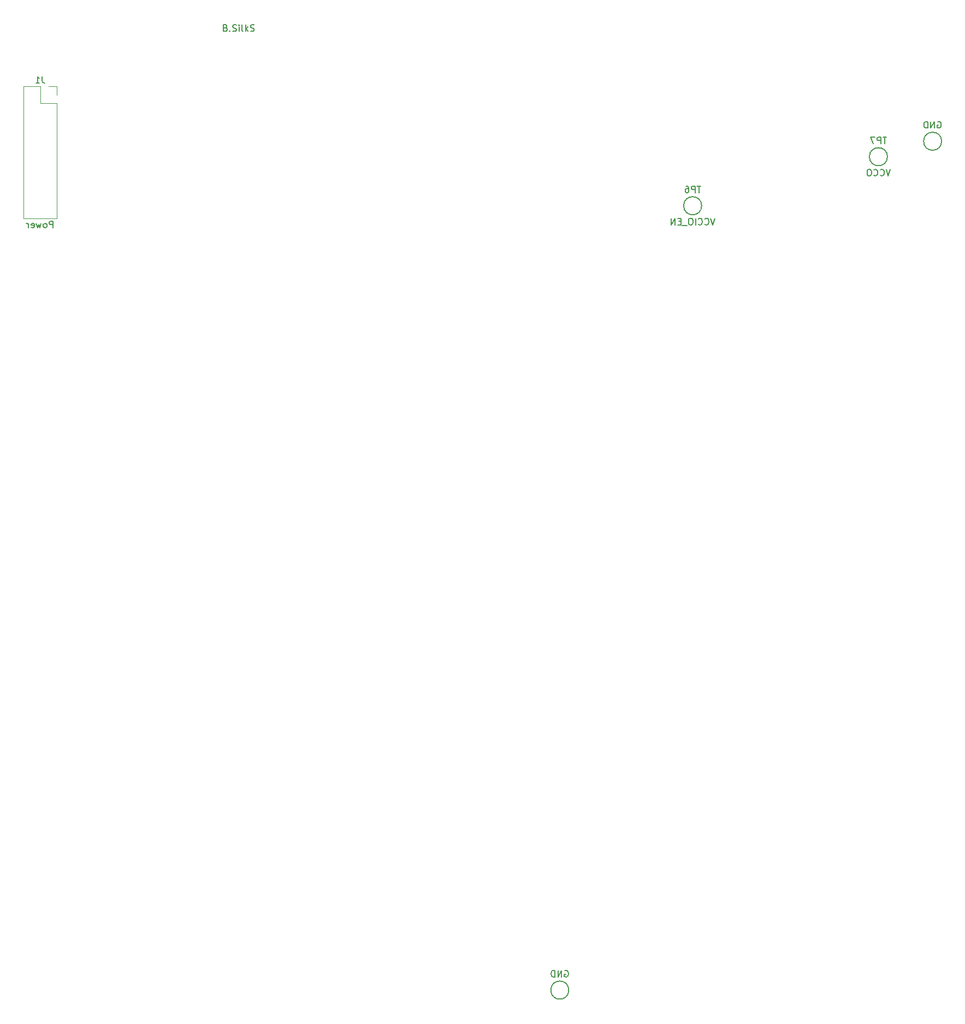
<source format=gbr>
G04 #@! TF.GenerationSoftware,KiCad,Pcbnew,(5.1.5)-3*
G04 #@! TF.CreationDate,2020-07-24T16:39:48-04:00*
G04 #@! TF.ProjectId,main_board,6d61696e-5f62-46f6-9172-642e6b696361,rev?*
G04 #@! TF.SameCoordinates,Original*
G04 #@! TF.FileFunction,Legend,Bot*
G04 #@! TF.FilePolarity,Positive*
%FSLAX46Y46*%
G04 Gerber Fmt 4.6, Leading zero omitted, Abs format (unit mm)*
G04 Created by KiCad (PCBNEW (5.1.5)-3) date 2020-07-24 16:39:48*
%MOMM*%
%LPD*%
G04 APERTURE LIST*
%ADD10C,0.180000*%
%ADD11C,0.150000*%
%ADD12C,0.120000*%
G04 APERTURE END LIST*
D10*
X71188428Y-54828571D02*
X71331285Y-54876190D01*
X71378904Y-54923809D01*
X71426523Y-55019047D01*
X71426523Y-55161904D01*
X71378904Y-55257142D01*
X71331285Y-55304761D01*
X71236047Y-55352380D01*
X70855095Y-55352380D01*
X70855095Y-54352380D01*
X71188428Y-54352380D01*
X71283666Y-54400000D01*
X71331285Y-54447619D01*
X71378904Y-54542857D01*
X71378904Y-54638095D01*
X71331285Y-54733333D01*
X71283666Y-54780952D01*
X71188428Y-54828571D01*
X70855095Y-54828571D01*
X71855095Y-55257142D02*
X71902714Y-55304761D01*
X71855095Y-55352380D01*
X71807476Y-55304761D01*
X71855095Y-55257142D01*
X71855095Y-55352380D01*
X72283666Y-55304761D02*
X72426523Y-55352380D01*
X72664619Y-55352380D01*
X72759857Y-55304761D01*
X72807476Y-55257142D01*
X72855095Y-55161904D01*
X72855095Y-55066666D01*
X72807476Y-54971428D01*
X72759857Y-54923809D01*
X72664619Y-54876190D01*
X72474142Y-54828571D01*
X72378904Y-54780952D01*
X72331285Y-54733333D01*
X72283666Y-54638095D01*
X72283666Y-54542857D01*
X72331285Y-54447619D01*
X72378904Y-54400000D01*
X72474142Y-54352380D01*
X72712238Y-54352380D01*
X72855095Y-54400000D01*
X73283666Y-55352380D02*
X73283666Y-54685714D01*
X73283666Y-54352380D02*
X73236047Y-54400000D01*
X73283666Y-54447619D01*
X73331285Y-54400000D01*
X73283666Y-54352380D01*
X73283666Y-54447619D01*
X73902714Y-55352380D02*
X73807476Y-55304761D01*
X73759857Y-55209523D01*
X73759857Y-54352380D01*
X74283666Y-55352380D02*
X74283666Y-54352380D01*
X74378904Y-54971428D02*
X74664619Y-55352380D01*
X74664619Y-54685714D02*
X74283666Y-55066666D01*
X75045571Y-55304761D02*
X75188428Y-55352380D01*
X75426523Y-55352380D01*
X75521761Y-55304761D01*
X75569380Y-55257142D01*
X75617000Y-55161904D01*
X75617000Y-55066666D01*
X75569380Y-54971428D01*
X75521761Y-54923809D01*
X75426523Y-54876190D01*
X75236047Y-54828571D01*
X75140809Y-54780952D01*
X75093190Y-54733333D01*
X75045571Y-54638095D01*
X75045571Y-54542857D01*
X75093190Y-54447619D01*
X75140809Y-54400000D01*
X75236047Y-54352380D01*
X75474142Y-54352380D01*
X75617000Y-54400000D01*
D11*
X182200000Y-72400000D02*
G75*
G03X182200000Y-72400000I-1400000J0D01*
G01*
X124400000Y-204000000D02*
G75*
G03X124400000Y-204000000I-1400000J0D01*
G01*
X145000000Y-82400000D02*
G75*
G03X145000000Y-82400000I-1400000J0D01*
G01*
X173800000Y-74800000D02*
G75*
G03X173800000Y-74800000I-1400000J0D01*
G01*
D12*
X45040000Y-84345000D02*
X39840000Y-84345000D01*
X45040000Y-66505000D02*
X45040000Y-84345000D01*
X39840000Y-63905000D02*
X39840000Y-84345000D01*
X45040000Y-66505000D02*
X42440000Y-66505000D01*
X42440000Y-66505000D02*
X42440000Y-63905000D01*
X42440000Y-63905000D02*
X39840000Y-63905000D01*
X45040000Y-65235000D02*
X45040000Y-63905000D01*
X45040000Y-63905000D02*
X43710000Y-63905000D01*
D11*
X181561904Y-69400000D02*
X181657142Y-69352380D01*
X181800000Y-69352380D01*
X181942857Y-69400000D01*
X182038095Y-69495238D01*
X182085714Y-69590476D01*
X182133333Y-69780952D01*
X182133333Y-69923809D01*
X182085714Y-70114285D01*
X182038095Y-70209523D01*
X181942857Y-70304761D01*
X181800000Y-70352380D01*
X181704761Y-70352380D01*
X181561904Y-70304761D01*
X181514285Y-70257142D01*
X181514285Y-69923809D01*
X181704761Y-69923809D01*
X181085714Y-70352380D02*
X181085714Y-69352380D01*
X180514285Y-70352380D01*
X180514285Y-69352380D01*
X180038095Y-70352380D02*
X180038095Y-69352380D01*
X179800000Y-69352380D01*
X179657142Y-69400000D01*
X179561904Y-69495238D01*
X179514285Y-69590476D01*
X179466666Y-69780952D01*
X179466666Y-69923809D01*
X179514285Y-70114285D01*
X179561904Y-70209523D01*
X179657142Y-70304761D01*
X179800000Y-70352380D01*
X180038095Y-70352380D01*
X123761904Y-201000000D02*
X123857142Y-200952380D01*
X124000000Y-200952380D01*
X124142857Y-201000000D01*
X124238095Y-201095238D01*
X124285714Y-201190476D01*
X124333333Y-201380952D01*
X124333333Y-201523809D01*
X124285714Y-201714285D01*
X124238095Y-201809523D01*
X124142857Y-201904761D01*
X124000000Y-201952380D01*
X123904761Y-201952380D01*
X123761904Y-201904761D01*
X123714285Y-201857142D01*
X123714285Y-201523809D01*
X123904761Y-201523809D01*
X123285714Y-201952380D02*
X123285714Y-200952380D01*
X122714285Y-201952380D01*
X122714285Y-200952380D01*
X122238095Y-201952380D02*
X122238095Y-200952380D01*
X122000000Y-200952380D01*
X121857142Y-201000000D01*
X121761904Y-201095238D01*
X121714285Y-201190476D01*
X121666666Y-201380952D01*
X121666666Y-201523809D01*
X121714285Y-201714285D01*
X121761904Y-201809523D01*
X121857142Y-201904761D01*
X122000000Y-201952380D01*
X122238095Y-201952380D01*
X144861904Y-79352380D02*
X144290476Y-79352380D01*
X144576190Y-80352380D02*
X144576190Y-79352380D01*
X143957142Y-80352380D02*
X143957142Y-79352380D01*
X143576190Y-79352380D01*
X143480952Y-79400000D01*
X143433333Y-79447619D01*
X143385714Y-79542857D01*
X143385714Y-79685714D01*
X143433333Y-79780952D01*
X143480952Y-79828571D01*
X143576190Y-79876190D01*
X143957142Y-79876190D01*
X142528571Y-79352380D02*
X142719047Y-79352380D01*
X142814285Y-79400000D01*
X142861904Y-79447619D01*
X142957142Y-79590476D01*
X143004761Y-79780952D01*
X143004761Y-80161904D01*
X142957142Y-80257142D01*
X142909523Y-80304761D01*
X142814285Y-80352380D01*
X142623809Y-80352380D01*
X142528571Y-80304761D01*
X142480952Y-80257142D01*
X142433333Y-80161904D01*
X142433333Y-79923809D01*
X142480952Y-79828571D01*
X142528571Y-79780952D01*
X142623809Y-79733333D01*
X142814285Y-79733333D01*
X142909523Y-79780952D01*
X142957142Y-79828571D01*
X143004761Y-79923809D01*
X147052380Y-84352380D02*
X146719047Y-85352380D01*
X146385714Y-84352380D01*
X145480952Y-85257142D02*
X145528571Y-85304761D01*
X145671428Y-85352380D01*
X145766666Y-85352380D01*
X145909523Y-85304761D01*
X146004761Y-85209523D01*
X146052380Y-85114285D01*
X146100000Y-84923809D01*
X146100000Y-84780952D01*
X146052380Y-84590476D01*
X146004761Y-84495238D01*
X145909523Y-84400000D01*
X145766666Y-84352380D01*
X145671428Y-84352380D01*
X145528571Y-84400000D01*
X145480952Y-84447619D01*
X144480952Y-85257142D02*
X144528571Y-85304761D01*
X144671428Y-85352380D01*
X144766666Y-85352380D01*
X144909523Y-85304761D01*
X145004761Y-85209523D01*
X145052380Y-85114285D01*
X145100000Y-84923809D01*
X145100000Y-84780952D01*
X145052380Y-84590476D01*
X145004761Y-84495238D01*
X144909523Y-84400000D01*
X144766666Y-84352380D01*
X144671428Y-84352380D01*
X144528571Y-84400000D01*
X144480952Y-84447619D01*
X144052380Y-85352380D02*
X144052380Y-84352380D01*
X143385714Y-84352380D02*
X143195238Y-84352380D01*
X143100000Y-84400000D01*
X143004761Y-84495238D01*
X142957142Y-84685714D01*
X142957142Y-85019047D01*
X143004761Y-85209523D01*
X143100000Y-85304761D01*
X143195238Y-85352380D01*
X143385714Y-85352380D01*
X143480952Y-85304761D01*
X143576190Y-85209523D01*
X143623809Y-85019047D01*
X143623809Y-84685714D01*
X143576190Y-84495238D01*
X143480952Y-84400000D01*
X143385714Y-84352380D01*
X142766666Y-85447619D02*
X142004761Y-85447619D01*
X141766666Y-84828571D02*
X141433333Y-84828571D01*
X141290476Y-85352380D02*
X141766666Y-85352380D01*
X141766666Y-84352380D01*
X141290476Y-84352380D01*
X140861904Y-85352380D02*
X140861904Y-84352380D01*
X140290476Y-85352380D01*
X140290476Y-84352380D01*
X173661904Y-71752380D02*
X173090476Y-71752380D01*
X173376190Y-72752380D02*
X173376190Y-71752380D01*
X172757142Y-72752380D02*
X172757142Y-71752380D01*
X172376190Y-71752380D01*
X172280952Y-71800000D01*
X172233333Y-71847619D01*
X172185714Y-71942857D01*
X172185714Y-72085714D01*
X172233333Y-72180952D01*
X172280952Y-72228571D01*
X172376190Y-72276190D01*
X172757142Y-72276190D01*
X171852380Y-71752380D02*
X171185714Y-71752380D01*
X171614285Y-72752380D01*
X174257142Y-76752380D02*
X173923809Y-77752380D01*
X173590476Y-76752380D01*
X172685714Y-77657142D02*
X172733333Y-77704761D01*
X172876190Y-77752380D01*
X172971428Y-77752380D01*
X173114285Y-77704761D01*
X173209523Y-77609523D01*
X173257142Y-77514285D01*
X173304761Y-77323809D01*
X173304761Y-77180952D01*
X173257142Y-76990476D01*
X173209523Y-76895238D01*
X173114285Y-76800000D01*
X172971428Y-76752380D01*
X172876190Y-76752380D01*
X172733333Y-76800000D01*
X172685714Y-76847619D01*
X171685714Y-77657142D02*
X171733333Y-77704761D01*
X171876190Y-77752380D01*
X171971428Y-77752380D01*
X172114285Y-77704761D01*
X172209523Y-77609523D01*
X172257142Y-77514285D01*
X172304761Y-77323809D01*
X172304761Y-77180952D01*
X172257142Y-76990476D01*
X172209523Y-76895238D01*
X172114285Y-76800000D01*
X171971428Y-76752380D01*
X171876190Y-76752380D01*
X171733333Y-76800000D01*
X171685714Y-76847619D01*
X171066666Y-76752380D02*
X170876190Y-76752380D01*
X170780952Y-76800000D01*
X170685714Y-76895238D01*
X170638095Y-77085714D01*
X170638095Y-77419047D01*
X170685714Y-77609523D01*
X170780952Y-77704761D01*
X170876190Y-77752380D01*
X171066666Y-77752380D01*
X171161904Y-77704761D01*
X171257142Y-77609523D01*
X171304761Y-77419047D01*
X171304761Y-77085714D01*
X171257142Y-76895238D01*
X171161904Y-76800000D01*
X171066666Y-76752380D01*
X42773333Y-62357380D02*
X42773333Y-63071666D01*
X42820952Y-63214523D01*
X42916190Y-63309761D01*
X43059047Y-63357380D01*
X43154285Y-63357380D01*
X41773333Y-63357380D02*
X42344761Y-63357380D01*
X42059047Y-63357380D02*
X42059047Y-62357380D01*
X42154285Y-62500238D01*
X42249523Y-62595476D01*
X42344761Y-62643095D01*
X44416190Y-85797380D02*
X44416190Y-84797380D01*
X44035238Y-84797380D01*
X43940000Y-84845000D01*
X43892380Y-84892619D01*
X43844761Y-84987857D01*
X43844761Y-85130714D01*
X43892380Y-85225952D01*
X43940000Y-85273571D01*
X44035238Y-85321190D01*
X44416190Y-85321190D01*
X43273333Y-85797380D02*
X43368571Y-85749761D01*
X43416190Y-85702142D01*
X43463809Y-85606904D01*
X43463809Y-85321190D01*
X43416190Y-85225952D01*
X43368571Y-85178333D01*
X43273333Y-85130714D01*
X43130476Y-85130714D01*
X43035238Y-85178333D01*
X42987619Y-85225952D01*
X42940000Y-85321190D01*
X42940000Y-85606904D01*
X42987619Y-85702142D01*
X43035238Y-85749761D01*
X43130476Y-85797380D01*
X43273333Y-85797380D01*
X42606666Y-85130714D02*
X42416190Y-85797380D01*
X42225714Y-85321190D01*
X42035238Y-85797380D01*
X41844761Y-85130714D01*
X41082857Y-85749761D02*
X41178095Y-85797380D01*
X41368571Y-85797380D01*
X41463809Y-85749761D01*
X41511428Y-85654523D01*
X41511428Y-85273571D01*
X41463809Y-85178333D01*
X41368571Y-85130714D01*
X41178095Y-85130714D01*
X41082857Y-85178333D01*
X41035238Y-85273571D01*
X41035238Y-85368809D01*
X41511428Y-85464047D01*
X40606666Y-85797380D02*
X40606666Y-85130714D01*
X40606666Y-85321190D02*
X40559047Y-85225952D01*
X40511428Y-85178333D01*
X40416190Y-85130714D01*
X40320952Y-85130714D01*
M02*

</source>
